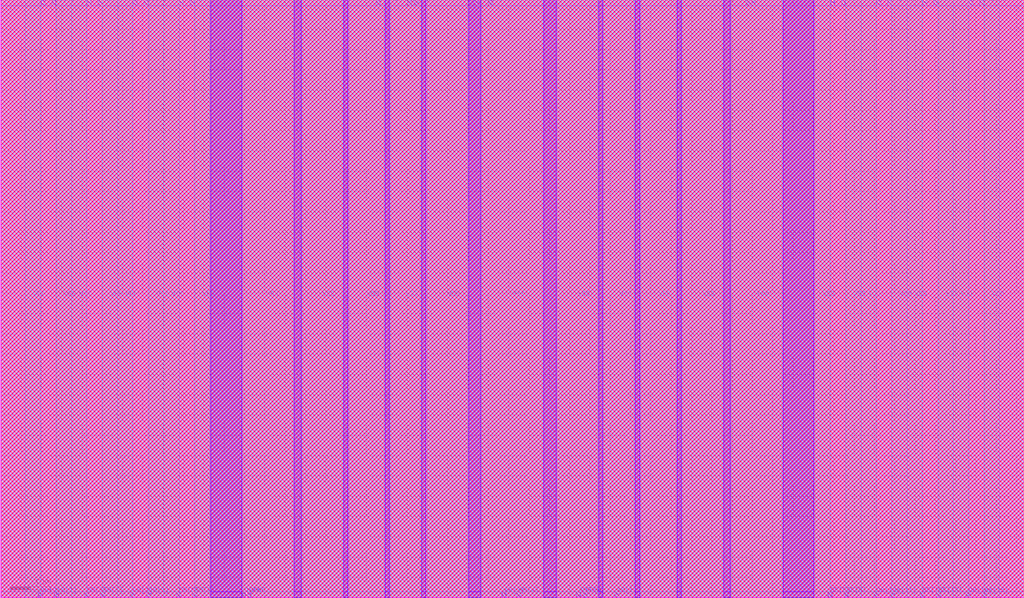
<source format=lef>
/*
     Copyright (c) 2018 SMIC             
     Filename:      qspi_info_fifo_mem.lef
     IP code:       S55NLLG2PH
     Version:       1.1.0
     CreateDate:    Oct 31, 2018        
                    
    LEF for General 2-PORT SRAM
    SMIC 55nm LL Logic Process

    Configuration: -instname qspi_info_fifo_mem -rows 32 -bits 16 -mux 1 
    Redundancy: Off
    Bit-Write: Off
*/

# DISCLAIMER                                                                      
#                                                                                   
#   SMIC hereby provides the quality information to you but makes no claims,      
# promises or guarantees about the accuracy, completeness, or adequacy of the     
# information herein. The information contained herein is provided on an "AS IS"  
# basis without any warranty, and SMIC assumes no obligation to provide support   
# of any kind or otherwise maintain the information.                                
#   SMIC disclaims any representation that the information does not infringe any  
# intellectual property rights or proprietary rights of any third parties. SMIC   
# makes no other warranty, whether express, implied or statutory as to any        
# matter whatsoever, including but not limited to the accuracy or sufficiency of  
# any information or the merchantability and fitness for a particular purpose.    
# Neither SMIC nor any of its representatives shall be liable for any cause of    
# action incurred to connect to this service.                                       
#                                                                                 
# STATEMENT OF USE AND CONFIDENTIALITY                                              
#                                                                                   
#   The following/attached material contains confidential and proprietary           
# information of SMIC. This material is based upon information which SMIC           
# considers reliable, but SMIC neither represents nor warrants that such          
# information is accurate or complete, and it must not be relied upon as such.    
# This information was prepared for informational purposes and is for the use     
# by SMIC's customer only. SMIC reserves the right to make changes in the           
# information at any time without notice.                                           
#   No part of this information may be reproduced, transmitted, transcribed,        
# stored in a retrieval system, or translated into any human or computer           
# language, in any form or by any means, electronic, mechanical, magnetic,          
# optical, chemical, manual, or otherwise, without the prior written consent of   
# SMIC. Any unauthorized use or disclosure of this material is strictly             
# prohibited and may be unlawful. By accepting this material, the receiving         
# party shall be deemed to have acknowledged, accepted, and agreed to be bound    
# by the foregoing limitations and restrictions. Thank you.                         
#                                                                                   

VERSION 5.4 ;
NAMESCASESENSITIVE ON ;
BUSBITCHARS "[]" ;
DIVIDERCHAR "/" ;

MACRO qspi_info_fifo_mem
 CLASS BLOCK ;
 ORIGIN 0 0 ;
 SYMMETRY X Y R90 ;
 SIZE 100.74 BY 58.915 ;

 PIN QA[0]
 DIRECTION OUTPUT ;
 USE SIGNAL ; 
 PORT
 LAYER M3 ;
 RECT 4.055 58.915 4.255 58.42 ;
 END
 PORT
 LAYER M2 ;
 RECT 4.055 58.915 4.255 58.42 ;
 END
 PORT
 LAYER M1 ;
 RECT 4.055 58.915 4.255 58.42 ;
 END
 ANTENNAGATEAREA 0.025 ;
 ANTENNADIFFAREA 0.060 ; 
 END QA[0]

 PIN QA[1]
 DIRECTION OUTPUT ;
 USE SIGNAL ; 
 PORT
 LAYER M3 ;
 RECT 5.145 58.915 5.345 58.42 ;
 END
 PORT
 LAYER M2 ;
 RECT 5.145 58.915 5.345 58.42 ;
 END
 PORT
 LAYER M1 ;
 RECT 5.145 58.915 5.345 58.42 ;
 END
 ANTENNAGATEAREA 0.025 ;
 ANTENNADIFFAREA 0.060 ; 
 END QA[1]

 PIN QA[2]
 DIRECTION OUTPUT ;
 USE SIGNAL ; 
 PORT
 LAYER M3 ;
 RECT 8.595 58.915 8.795 58.42 ;
 END
 PORT
 LAYER M2 ;
 RECT 8.595 58.915 8.795 58.42 ;
 END
 PORT
 LAYER M1 ;
 RECT 8.595 58.915 8.795 58.42 ;
 END
 ANTENNAGATEAREA 0.025 ;
 ANTENNADIFFAREA 0.060 ; 
 END QA[2]

 PIN QA[3]
 DIRECTION OUTPUT ;
 USE SIGNAL ; 
 PORT
 LAYER M3 ;
 RECT 9.685 58.915 9.885 58.42 ;
 END
 PORT
 LAYER M2 ;
 RECT 9.685 58.915 9.885 58.42 ;
 END
 PORT
 LAYER M1 ;
 RECT 9.685 58.915 9.885 58.42 ;
 END
 ANTENNAGATEAREA 0.025 ;
 ANTENNADIFFAREA 0.060 ; 
 END QA[3]

 PIN QA[4]
 DIRECTION OUTPUT ;
 USE SIGNAL ; 
 PORT
 LAYER M3 ;
 RECT 13.135 58.915 13.335 58.42 ;
 END
 PORT
 LAYER M2 ;
 RECT 13.135 58.915 13.335 58.42 ;
 END
 PORT
 LAYER M1 ;
 RECT 13.135 58.915 13.335 58.42 ;
 END
 ANTENNAGATEAREA 0.025 ;
 ANTENNADIFFAREA 0.060 ; 
 END QA[4]

 PIN QA[5]
 DIRECTION OUTPUT ;
 USE SIGNAL ; 
 PORT
 LAYER M3 ;
 RECT 14.225 58.915 14.425 58.42 ;
 END
 PORT
 LAYER M2 ;
 RECT 14.225 58.915 14.425 58.42 ;
 END
 PORT
 LAYER M1 ;
 RECT 14.225 58.915 14.425 58.42 ;
 END
 ANTENNAGATEAREA 0.025 ;
 ANTENNADIFFAREA 0.060 ; 
 END QA[5]

 PIN QA[6]
 DIRECTION OUTPUT ;
 USE SIGNAL ; 
 PORT
 LAYER M3 ;
 RECT 17.675 58.915 17.875 58.42 ;
 END
 PORT
 LAYER M2 ;
 RECT 17.675 58.915 17.875 58.42 ;
 END
 PORT
 LAYER M1 ;
 RECT 17.675 58.915 17.875 58.42 ;
 END
 ANTENNAGATEAREA 0.025 ;
 ANTENNADIFFAREA 0.060 ; 
 END QA[6]

 PIN QA[7]
 DIRECTION OUTPUT ;
 USE SIGNAL ; 
 PORT
 LAYER M3 ;
 RECT 18.765 58.915 18.965 58.42 ;
 END
 PORT
 LAYER M2 ;
 RECT 18.765 58.915 18.965 58.42 ;
 END
 PORT
 LAYER M1 ;
 RECT 18.765 58.915 18.965 58.42 ;
 END
 ANTENNAGATEAREA 0.025 ;
 ANTENNADIFFAREA 0.060 ; 
 END QA[7]

 PIN AA[1]
 DIRECTION INPUT ;
 USE SIGNAL ; 
 PORT
 LAYER M3 ;
 RECT 37.055 58.915 37.255 58.42 ;
 END
 PORT
 LAYER M2 ;
 RECT 37.055 58.915 37.255 58.42 ;
 END
 PORT
 LAYER M1 ;
 RECT 37.055 58.915 37.255 58.42 ;
 END
 ANTENNAGATEAREA 0.025 ;
 ANTENNADIFFAREA 0.060 ; 
 END AA[1]

 PIN AA[0]
 DIRECTION INPUT ;
 USE SIGNAL ; 
 PORT
 LAYER M3 ;
 RECT 40.16 58.915 40.36 58.42 ;
 END
 PORT
 LAYER M2 ;
 RECT 40.16 58.915 40.36 58.42 ;
 END
 PORT
 LAYER M1 ;
 RECT 40.16 58.915 40.36 58.42 ;
 END
 ANTENNAGATEAREA 0.025 ;
 ANTENNADIFFAREA 0.060 ; 
 END AA[0]

 PIN AA[2]
 DIRECTION INPUT ;
 USE SIGNAL ; 
 PORT
 LAYER M3 ;
 RECT 40.81 58.915 41.01 58.42 ;
 END
 PORT
 LAYER M2 ;
 RECT 40.81 58.915 41.01 58.42 ;
 END
 PORT
 LAYER M1 ;
 RECT 40.81 58.915 41.01 58.42 ;
 END
 ANTENNAGATEAREA 0.025 ;
 ANTENNADIFFAREA 0.060 ; 
 END AA[2]

 PIN AA[4]
 DIRECTION INPUT ;
 USE SIGNAL ; 
 PORT
 LAYER M3 ;
 RECT 46.71 58.915 46.91 58.42 ;
 END
 PORT
 LAYER M2 ;
 RECT 46.71 58.915 46.91 58.42 ;
 END
 PORT
 LAYER M1 ;
 RECT 46.71 58.915 46.91 58.42 ;
 END
 ANTENNAGATEAREA 0.025 ;
 ANTENNADIFFAREA 0.060 ; 
 END AA[4]

 PIN AA[3]
 DIRECTION INPUT ;
 USE SIGNAL ; 
 PORT
 LAYER M3 ;
 RECT 48.145 58.915 48.345 58.42 ;
 END
 PORT
 LAYER M2 ;
 RECT 48.145 58.915 48.345 58.42 ;
 END
 PORT
 LAYER M1 ;
 RECT 48.145 58.915 48.345 58.42 ;
 END
 ANTENNAGATEAREA 0.025 ;
 ANTENNADIFFAREA 0.060 ; 
 END AA[3]

 PIN CENA
 DIRECTION INPUT ;
 USE SIGNAL ; 
 PORT
 LAYER M3 ;
 RECT 73.47 58.915 73.67 58.42 ;
 END
 PORT
 LAYER M2 ;
 RECT 73.47 58.915 73.67 58.42 ;
 END
 PORT
 LAYER M1 ;
 RECT 73.47 58.915 73.67 58.42 ;
 END
 ANTENNAGATEAREA 0.025 ;
 ANTENNADIFFAREA 0.060 ; 
 END CENA

 PIN CLKA
 DIRECTION INPUT ;
 USE SIGNAL ; 
 PORT
 LAYER M3 ;
 RECT 73.96 58.915 74.16 58.42 ;
 END
 PORT
 LAYER M2 ;
 RECT 73.96 58.915 74.16 58.42 ;
 END
 PORT
 LAYER M1 ;
 RECT 73.96 58.915 74.16 58.42 ;
 END
 ANTENNAGATEAREA 0.025 ;
 ANTENNADIFFAREA 0.060 ; 
 END CLKA

 PIN QA[8]
 DIRECTION OUTPUT ;
 USE SIGNAL ; 
 PORT
 LAYER M3 ;
 RECT 81.775 58.915 81.975 58.42 ;
 END
 PORT
 LAYER M2 ;
 RECT 81.775 58.915 81.975 58.42 ;
 END
 PORT
 LAYER M1 ;
 RECT 81.775 58.915 81.975 58.42 ;
 END
 ANTENNAGATEAREA 0.025 ;
 ANTENNADIFFAREA 0.060 ; 
 END QA[8]

 PIN QA[9]
 DIRECTION OUTPUT ;
 USE SIGNAL ; 
 PORT
 LAYER M3 ;
 RECT 82.865 58.915 83.065 58.42 ;
 END
 PORT
 LAYER M2 ;
 RECT 82.865 58.915 83.065 58.42 ;
 END
 PORT
 LAYER M1 ;
 RECT 82.865 58.915 83.065 58.42 ;
 END
 ANTENNAGATEAREA 0.025 ;
 ANTENNADIFFAREA 0.060 ; 
 END QA[9]

 PIN QA[10]
 DIRECTION OUTPUT ;
 USE SIGNAL ; 
 PORT
 LAYER M3 ;
 RECT 86.315 58.915 86.515 58.42 ;
 END
 PORT
 LAYER M2 ;
 RECT 86.315 58.915 86.515 58.42 ;
 END
 PORT
 LAYER M1 ;
 RECT 86.315 58.915 86.515 58.42 ;
 END
 ANTENNAGATEAREA 0.025 ;
 ANTENNADIFFAREA 0.060 ; 
 END QA[10]

 PIN QA[11]
 DIRECTION OUTPUT ;
 USE SIGNAL ; 
 PORT
 LAYER M3 ;
 RECT 87.405 58.915 87.605 58.42 ;
 END
 PORT
 LAYER M2 ;
 RECT 87.405 58.915 87.605 58.42 ;
 END
 PORT
 LAYER M1 ;
 RECT 87.405 58.915 87.605 58.42 ;
 END
 ANTENNAGATEAREA 0.025 ;
 ANTENNADIFFAREA 0.060 ; 
 END QA[11]

 PIN QA[12]
 DIRECTION OUTPUT ;
 USE SIGNAL ; 
 PORT
 LAYER M3 ;
 RECT 90.855 58.915 91.055 58.42 ;
 END
 PORT
 LAYER M2 ;
 RECT 90.855 58.915 91.055 58.42 ;
 END
 PORT
 LAYER M1 ;
 RECT 90.855 58.915 91.055 58.42 ;
 END
 ANTENNAGATEAREA 0.025 ;
 ANTENNADIFFAREA 0.060 ; 
 END QA[12]

 PIN QA[13]
 DIRECTION OUTPUT ;
 USE SIGNAL ; 
 PORT
 LAYER M3 ;
 RECT 91.945 58.915 92.145 58.42 ;
 END
 PORT
 LAYER M2 ;
 RECT 91.945 58.915 92.145 58.42 ;
 END
 PORT
 LAYER M1 ;
 RECT 91.945 58.915 92.145 58.42 ;
 END
 ANTENNAGATEAREA 0.025 ;
 ANTENNADIFFAREA 0.060 ; 
 END QA[13]

 PIN QA[14]
 DIRECTION OUTPUT ;
 USE SIGNAL ; 
 PORT
 LAYER M3 ;
 RECT 95.395 58.915 95.595 58.42 ;
 END
 PORT
 LAYER M2 ;
 RECT 95.395 58.915 95.595 58.42 ;
 END
 PORT
 LAYER M1 ;
 RECT 95.395 58.915 95.595 58.42 ;
 END
 ANTENNAGATEAREA 0.025 ;
 ANTENNADIFFAREA 0.060 ; 
 END QA[14]

 PIN QA[15]
 DIRECTION OUTPUT ;
 USE SIGNAL ; 
 PORT
 LAYER M3 ;
 RECT 96.485 58.915 96.685 58.42 ;
 END
 PORT
 LAYER M2 ;
 RECT 96.485 58.915 96.685 58.42 ;
 END
 PORT
 LAYER M1 ;
 RECT 96.485 58.915 96.685 58.42 ;
 END
 ANTENNAGATEAREA 0.025 ;
 ANTENNADIFFAREA 0.060 ; 
 END QA[15]

 PIN DB[0]
 DIRECTION INPUT ;
 USE SIGNAL ; 
 PORT
 LAYER M3 ;
 RECT 3.81 0 4.01 0.495 ;
 END
 PORT
 LAYER M2 ;
 RECT 3.81 0 4.01 0.495 ;
 END
 PORT
 LAYER M1 ;
 RECT 3.81 0 4.01 0.495 ;
 END
 ANTENNAGATEAREA 0.025 ;
 ANTENNADIFFAREA 0.060 ; 
 END DB[0]

 PIN DB[1]
 DIRECTION INPUT ;
 USE SIGNAL ; 
 PORT
 LAYER M3 ;
 RECT 5.39 0 5.59 0.495 ;
 END
 PORT
 LAYER M2 ;
 RECT 5.39 0 5.59 0.495 ;
 END
 PORT
 LAYER M1 ;
 RECT 5.39 0 5.59 0.495 ;
 END
 ANTENNAGATEAREA 0.025 ;
 ANTENNADIFFAREA 0.060 ; 
 END DB[1]

 PIN DB[2]
 DIRECTION INPUT ;
 USE SIGNAL ; 
 PORT
 LAYER M3 ;
 RECT 8.35 0 8.55 0.495 ;
 END
 PORT
 LAYER M2 ;
 RECT 8.35 0 8.55 0.495 ;
 END
 PORT
 LAYER M1 ;
 RECT 8.35 0 8.55 0.495 ;
 END
 ANTENNAGATEAREA 0.025 ;
 ANTENNADIFFAREA 0.060 ; 
 END DB[2]

 PIN DB[3]
 DIRECTION INPUT ;
 USE SIGNAL ; 
 PORT
 LAYER M3 ;
 RECT 9.93 0 10.13 0.495 ;
 END
 PORT
 LAYER M2 ;
 RECT 9.93 0 10.13 0.495 ;
 END
 PORT
 LAYER M1 ;
 RECT 9.93 0 10.13 0.495 ;
 END
 ANTENNAGATEAREA 0.025 ;
 ANTENNADIFFAREA 0.060 ; 
 END DB[3]

 PIN DB[4]
 DIRECTION INPUT ;
 USE SIGNAL ; 
 PORT
 LAYER M3 ;
 RECT 12.89 0 13.09 0.495 ;
 END
 PORT
 LAYER M2 ;
 RECT 12.89 0 13.09 0.495 ;
 END
 PORT
 LAYER M1 ;
 RECT 12.89 0 13.09 0.495 ;
 END
 ANTENNAGATEAREA 0.025 ;
 ANTENNADIFFAREA 0.060 ; 
 END DB[4]

 PIN DB[5]
 DIRECTION INPUT ;
 USE SIGNAL ; 
 PORT
 LAYER M3 ;
 RECT 14.47 0 14.67 0.495 ;
 END
 PORT
 LAYER M2 ;
 RECT 14.47 0 14.67 0.495 ;
 END
 PORT
 LAYER M1 ;
 RECT 14.47 0 14.67 0.495 ;
 END
 ANTENNAGATEAREA 0.025 ;
 ANTENNADIFFAREA 0.060 ; 
 END DB[5]

 PIN DB[6]
 DIRECTION INPUT ;
 USE SIGNAL ; 
 PORT
 LAYER M3 ;
 RECT 17.43 0 17.63 0.495 ;
 END
 PORT
 LAYER M2 ;
 RECT 17.43 0 17.63 0.495 ;
 END
 PORT
 LAYER M1 ;
 RECT 17.43 0 17.63 0.495 ;
 END
 ANTENNAGATEAREA 0.025 ;
 ANTENNADIFFAREA 0.060 ; 
 END DB[6]

 PIN DB[7]
 DIRECTION INPUT ;
 USE SIGNAL ; 
 PORT
 LAYER M3 ;
 RECT 19.01 0 19.21 0.495 ;
 END
 PORT
 LAYER M2 ;
 RECT 19.01 0 19.21 0.495 ;
 END
 PORT
 LAYER M1 ;
 RECT 19.01 0 19.21 0.495 ;
 END
 ANTENNAGATEAREA 0.025 ;
 ANTENNADIFFAREA 0.060 ; 
 END DB[7]

 PIN CLKB
 DIRECTION INPUT ;
 USE SIGNAL ; 
 PORT
 LAYER M3 ;
 RECT 23.85 0 24.05 0.495 ;
 END
 PORT
 LAYER M2 ;
 RECT 23.85 0 24.05 0.495 ;
 END
 PORT
 LAYER M1 ;
 RECT 23.85 0 24.05 0.495 ;
 END
 ANTENNAGATEAREA 0.025 ;
 ANTENNADIFFAREA 0.060 ; 
 END CLKB

 PIN CENB
 DIRECTION INPUT ;
 USE SIGNAL ; 
 PORT
 LAYER M3 ;
 RECT 24.34 0 24.54 0.495 ;
 END
 PORT
 LAYER M2 ;
 RECT 24.34 0 24.54 0.495 ;
 END
 PORT
 LAYER M1 ;
 RECT 24.34 0 24.54 0.495 ;
 END
 ANTENNAGATEAREA 0.025 ;
 ANTENNADIFFAREA 0.060 ; 
 END CENB

 PIN AB[3]
 DIRECTION INPUT ;
 USE SIGNAL ; 
 PORT
 LAYER M3 ;
 RECT 49.44 0 49.64 0.495 ;
 END
 PORT
 LAYER M2 ;
 RECT 49.44 0 49.64 0.495 ;
 END
 PORT
 LAYER M1 ;
 RECT 49.44 0 49.64 0.495 ;
 END
 ANTENNAGATEAREA 0.025 ;
 ANTENNADIFFAREA 0.060 ; 
 END AB[3]

 PIN AB[4]
 DIRECTION INPUT ;
 USE SIGNAL ; 
 PORT
 LAYER M3 ;
 RECT 50.875 0 51.075 0.495 ;
 END
 PORT
 LAYER M2 ;
 RECT 50.875 0 51.075 0.495 ;
 END
 PORT
 LAYER M1 ;
 RECT 50.875 0 51.075 0.495 ;
 END
 ANTENNAGATEAREA 0.025 ;
 ANTENNADIFFAREA 0.060 ; 
 END AB[4]

 PIN AB[2]
 DIRECTION INPUT ;
 USE SIGNAL ; 
 PORT
 LAYER M3 ;
 RECT 56.775 0 56.975 0.495 ;
 END
 PORT
 LAYER M2 ;
 RECT 56.775 0 56.975 0.495 ;
 END
 PORT
 LAYER M1 ;
 RECT 56.775 0 56.975 0.495 ;
 END
 ANTENNAGATEAREA 0.025 ;
 ANTENNADIFFAREA 0.060 ; 
 END AB[2]

 PIN AB[0]
 DIRECTION INPUT ;
 USE SIGNAL ; 
 PORT
 LAYER M3 ;
 RECT 57.425 0 57.625 0.495 ;
 END
 PORT
 LAYER M2 ;
 RECT 57.425 0 57.625 0.495 ;
 END
 PORT
 LAYER M1 ;
 RECT 57.425 0 57.625 0.495 ;
 END
 ANTENNAGATEAREA 0.025 ;
 ANTENNADIFFAREA 0.060 ; 
 END AB[0]

 PIN AB[1]
 DIRECTION INPUT ;
 USE SIGNAL ; 
 PORT
 LAYER M3 ;
 RECT 60.53 0 60.73 0.495 ;
 END
 PORT
 LAYER M2 ;
 RECT 60.53 0 60.73 0.495 ;
 END
 PORT
 LAYER M1 ;
 RECT 60.53 0 60.73 0.495 ;
 END
 ANTENNAGATEAREA 0.025 ;
 ANTENNADIFFAREA 0.060 ; 
 END AB[1]

 PIN DB[8]
 DIRECTION INPUT ;
 USE SIGNAL ; 
 PORT
 LAYER M3 ;
 RECT 81.53 0 81.73 0.495 ;
 END
 PORT
 LAYER M2 ;
 RECT 81.53 0 81.73 0.495 ;
 END
 PORT
 LAYER M1 ;
 RECT 81.53 0 81.73 0.495 ;
 END
 ANTENNAGATEAREA 0.025 ;
 ANTENNADIFFAREA 0.060 ; 
 END DB[8]

 PIN DB[9]
 DIRECTION INPUT ;
 USE SIGNAL ; 
 PORT
 LAYER M3 ;
 RECT 83.11 0 83.31 0.495 ;
 END
 PORT
 LAYER M2 ;
 RECT 83.11 0 83.31 0.495 ;
 END
 PORT
 LAYER M1 ;
 RECT 83.11 0 83.31 0.495 ;
 END
 ANTENNAGATEAREA 0.025 ;
 ANTENNADIFFAREA 0.060 ; 
 END DB[9]

 PIN DB[10]
 DIRECTION INPUT ;
 USE SIGNAL ; 
 PORT
 LAYER M3 ;
 RECT 86.07 0 86.27 0.495 ;
 END
 PORT
 LAYER M2 ;
 RECT 86.07 0 86.27 0.495 ;
 END
 PORT
 LAYER M1 ;
 RECT 86.07 0 86.27 0.495 ;
 END
 ANTENNAGATEAREA 0.025 ;
 ANTENNADIFFAREA 0.060 ; 
 END DB[10]

 PIN DB[11]
 DIRECTION INPUT ;
 USE SIGNAL ; 
 PORT
 LAYER M3 ;
 RECT 87.65 0 87.85 0.495 ;
 END
 PORT
 LAYER M2 ;
 RECT 87.65 0 87.85 0.495 ;
 END
 PORT
 LAYER M1 ;
 RECT 87.65 0 87.85 0.495 ;
 END
 ANTENNAGATEAREA 0.025 ;
 ANTENNADIFFAREA 0.060 ; 
 END DB[11]

 PIN DB[12]
 DIRECTION INPUT ;
 USE SIGNAL ; 
 PORT
 LAYER M3 ;
 RECT 90.61 0 90.81 0.495 ;
 END
 PORT
 LAYER M2 ;
 RECT 90.61 0 90.81 0.495 ;
 END
 PORT
 LAYER M1 ;
 RECT 90.61 0 90.81 0.495 ;
 END
 ANTENNAGATEAREA 0.025 ;
 ANTENNADIFFAREA 0.060 ; 
 END DB[12]

 PIN DB[13]
 DIRECTION INPUT ;
 USE SIGNAL ; 
 PORT
 LAYER M3 ;
 RECT 92.19 0 92.39 0.495 ;
 END
 PORT
 LAYER M2 ;
 RECT 92.19 0 92.39 0.495 ;
 END
 PORT
 LAYER M1 ;
 RECT 92.19 0 92.39 0.495 ;
 END
 ANTENNAGATEAREA 0.025 ;
 ANTENNADIFFAREA 0.060 ; 
 END DB[13]

 PIN DB[14]
 DIRECTION INPUT ;
 USE SIGNAL ; 
 PORT
 LAYER M3 ;
 RECT 95.15 0 95.35 0.495 ;
 END
 PORT
 LAYER M2 ;
 RECT 95.15 0 95.35 0.495 ;
 END
 PORT
 LAYER M1 ;
 RECT 95.15 0 95.35 0.495 ;
 END
 ANTENNAGATEAREA 0.025 ;
 ANTENNADIFFAREA 0.060 ; 
 END DB[14]

 PIN DB[15]
 DIRECTION INPUT ;
 USE SIGNAL ; 
 PORT
 LAYER M3 ;
 RECT 96.73 0 96.93 0.495 ;
 END
 PORT
 LAYER M2 ;
 RECT 96.73 0 96.93 0.495 ;
 END
 PORT
 LAYER M1 ;
 RECT 96.73 0 96.93 0.495 ;
 END
 ANTENNAGATEAREA 0.025 ;
 ANTENNADIFFAREA 0.060 ; 
 END DB[15]

 PIN VDD
 USE POWER ;
 PORT
 LAYER M4 ;
 RECT 2.43 0 3.93 58.915 ;    
 END 
 PORT
 LAYER M4 ;
 RECT 10.01 0 11.51 58.915 ;    
 END 
 PORT
 LAYER M4 ;
 RECT 11.51 0 13.01 58.915 ;    
 END 
 PORT
 LAYER M4 ;
 RECT 19.09 0 20.59 58.915 ;    
 END 
 PORT
 LAYER M4 ;
 RECT 23.81 0 28.81 58.915 ;    
 END 
 PORT
 LAYER M4 ;
 RECT 34.26 0 37.76 58.915 ;    
 END 
 PORT
 LAYER M4 ;
 RECT 41.96 0 45.96 58.915 ;    
 END 
 PORT
 LAYER M4 ;
 RECT 54.78 0 58.78 58.915 ;    
 END 
 PORT
 LAYER M4 ;
 RECT 62.98 0 66.48 58.915 ;    
 END 
 PORT
 LAYER M4 ;
 RECT 71.93 0 76.93 58.915 ;    
 END 
 PORT
 LAYER M4 ;
 RECT 80.15 0 81.65 58.915 ;    
 END 
 PORT
 LAYER M4 ;
 RECT 87.73 0 89.23 58.915 ;    
 END 
 PORT
 LAYER M4 ;
 RECT 89.23 0 90.73 58.915 ;    
 END 
 PORT
 LAYER M4 ;
 RECT 96.81 0 98.31 58.915 ;    
 END 
 END VDD

 PIN VSS
 USE GROUND ;
 PORT
 LAYER M4 ;
 RECT 5.47 0 6.97 58.915 ;      
 END
 PORT
 LAYER M4 ;
 RECT 6.97 0 8.47 58.915 ;      
 END
 PORT
 LAYER M4 ;
 RECT 14.55 0 16.05 58.915 ;      
 END
 PORT
 LAYER M4 ;
 RECT 16.05 0 17.55 58.915 ;      
 END
 PORT
 LAYER M4 ;
 RECT 29.66 0 33.66 58.915 ;      
 END
 PORT
 LAYER M4 ;
 RECT 38.36 0 41.36 58.915 ;      
 END
 PORT
 LAYER M4 ;
 RECT 47.365 0 53.365 58.915 ;      
 END
 PORT
 LAYER M4 ;
 RECT 59.38 0 62.38 58.915 ;      
 END
 PORT
 LAYER M4 ;
 RECT 67.08 0 71.08 58.915 ;      
 END
 PORT
 LAYER M4 ;
 RECT 83.19 0 84.69 58.915 ;      
 END
 PORT
 LAYER M4 ;
 RECT 84.69 0 86.19 58.915 ;      
 END
 PORT
 LAYER M4 ;
 RECT 92.27 0 93.77 58.915 ;      
 END
 PORT
 LAYER M4 ;
 RECT 93.77 0 95.27 58.915 ;      
 END
 END VSS

 OBS
 LAYER M1 ;
 RECT 0 0 3.72 0.585 ;
 RECT 4.1 0 5.3 0.585 ;
 RECT 5.68 0 8.26 0.585 ;
 RECT 8.64 0 9.84 0.585 ;
 RECT 10.22 0 12.8 0.585 ;
 RECT 13.18 0 14.38 0.585 ;
 RECT 14.76 0 17.34 0.585 ;
 RECT 17.72 0 18.92 0.585 ;
 RECT 19.3 0 23.76 0.585 ;
 RECT 24.14 0 24.25 0.585 ;
 RECT 24.63 0 49.35 0.585 ;
 RECT 49.73 0 50.785 0.585 ;
 RECT 51.165 0 56.685 0.585 ;
 RECT 57.065 0 57.335 0.585 ;
 RECT 57.715 0 60.44 0.585 ;
 RECT 60.82 0 81.44 0.585 ;
 RECT 81.82 0 83.02 0.585 ;
 RECT 83.4 0 85.98 0.585 ;
 RECT 86.36 0 87.56 0.585 ;
 RECT 87.94 0 90.52 0.585 ;
 RECT 90.9 0 92.1 0.585 ;
 RECT 92.48 0 95.06 0.585 ;
 RECT 95.44 0 96.64 0.585 ;
 RECT 97.02 0 100.74 0.585 ;
 RECT 0 58.915 3.965 58.33 ;
 RECT 4.345 58.915 5.055 58.33 ;
 RECT 5.435 58.915 8.505 58.33 ;
 RECT 8.885 58.915 9.595 58.33 ;
 RECT 9.975 58.915 13.045 58.33 ;
 RECT 13.425 58.915 14.135 58.33 ;
 RECT 14.515 58.915 17.585 58.33 ;
 RECT 17.965 58.915 18.675 58.33 ;
 RECT 19.055 58.915 36.965 58.33 ;
 RECT 37.345 58.915 40.07 58.33 ;
 RECT 40.45 58.915 40.72 58.33 ;
 RECT 41.1 58.915 46.62 58.33 ;
 RECT 47 58.915 48.055 58.33 ;
 RECT 48.435 58.915 73.38 58.33 ;
 RECT 73.76 58.915 73.87 58.33 ;
 RECT 74.25 58.915 81.685 58.33 ;
 RECT 82.065 58.915 82.775 58.33 ;
 RECT 83.155 58.915 86.225 58.33 ;
 RECT 86.605 58.915 87.315 58.33 ;
 RECT 87.695 58.915 90.765 58.33 ;
 RECT 91.145 58.915 91.855 58.33 ;
 RECT 92.235 58.915 95.305 58.33 ;
 RECT 95.685 58.915 96.395 58.33 ;
 RECT 96.775 58.915 100.74 58.33 ;
 RECT 0 0.585 100.74 58.33 ;
 LAYER M2 ;
 RECT 0 0 3.71 0.595 ;
 RECT 4.11 0 5.29 0.595 ;
 RECT 5.69 0 8.25 0.595 ;
 RECT 8.65 0 9.83 0.595 ;
 RECT 10.23 0 12.79 0.595 ;
 RECT 13.19 0 14.37 0.595 ;
 RECT 14.77 0 17.33 0.595 ;
 RECT 17.73 0 18.91 0.595 ;
 RECT 19.31 0 23.75 0.595 ;
 RECT 24.64 0 49.34 0.595 ;
 RECT 49.74 0 50.775 0.595 ;
 RECT 51.175 0 56.675 0.595 ;
 RECT 57.075 0 57.325 0.595 ;
 RECT 57.725 0 60.43 0.595 ;
 RECT 60.83 0 81.43 0.595 ;
 RECT 81.83 0 83.01 0.595 ;
 RECT 83.41 0 85.97 0.595 ;
 RECT 86.37 0 87.55 0.595 ;
 RECT 87.95 0 90.51 0.595 ;
 RECT 90.91 0 92.09 0.595 ;
 RECT 92.49 0 95.05 0.595 ;
 RECT 95.45 0 96.63 0.595 ;
 RECT 97.03 0 100.74 0.595 ;
 RECT 0 58.915 3.955 58.32 ;
 RECT 4.355 58.915 5.045 58.32 ;
 RECT 5.445 58.915 8.495 58.32 ;
 RECT 8.895 58.915 9.585 58.32 ;
 RECT 9.985 58.915 13.035 58.32 ;
 RECT 13.435 58.915 14.125 58.32 ;
 RECT 14.525 58.915 17.575 58.32 ;
 RECT 17.975 58.915 18.665 58.32 ;
 RECT 19.065 58.915 36.955 58.32 ;
 RECT 37.355 58.915 40.06 58.32 ;
 RECT 40.46 58.915 40.71 58.32 ;
 RECT 41.11 58.915 46.61 58.32 ;
 RECT 47.01 58.915 48.045 58.32 ;
 RECT 48.445 58.915 73.37 58.32 ;
 RECT 74.26 58.915 81.675 58.32 ;
 RECT 82.075 58.915 82.765 58.32 ;
 RECT 83.165 58.915 86.215 58.32 ;
 RECT 86.615 58.915 87.305 58.32 ;
 RECT 87.705 58.915 90.755 58.32 ;
 RECT 91.155 58.915 91.845 58.32 ;
 RECT 92.245 58.915 95.295 58.32 ;
 RECT 95.695 58.915 96.385 58.32 ;
 RECT 96.785 58.915 100.74 58.32 ;
 RECT 0 0.595 100.74 58.32 ;
 LAYER M3 ;
 RECT 0 0 3.71 0.595 ;
 RECT 4.11 0 5.29 0.595 ;
 RECT 5.69 0 8.25 0.595 ;
 RECT 8.65 0 9.83 0.595 ;
 RECT 10.23 0 12.79 0.595 ;
 RECT 13.19 0 14.37 0.595 ;
 RECT 14.77 0 17.33 0.595 ;
 RECT 17.73 0 18.91 0.595 ;
 RECT 19.31 0 23.75 0.595 ;
 RECT 24.64 0 49.34 0.595 ;
 RECT 49.74 0 50.775 0.595 ;
 RECT 51.175 0 56.675 0.595 ;
 RECT 57.075 0 57.325 0.595 ;
 RECT 57.725 0 60.43 0.595 ;
 RECT 60.83 0 81.43 0.595 ;
 RECT 81.83 0 83.01 0.595 ;
 RECT 83.41 0 85.97 0.595 ;
 RECT 86.37 0 87.55 0.595 ;
 RECT 87.95 0 90.51 0.595 ;
 RECT 90.91 0 92.09 0.595 ;
 RECT 92.49 0 95.05 0.595 ;
 RECT 95.45 0 96.63 0.595 ;
 RECT 97.03 0 100.74 0.595 ;
 RECT 0 58.915 3.955 58.32 ;
 RECT 4.355 58.915 5.045 58.32 ;
 RECT 5.445 58.915 8.495 58.32 ;
 RECT 8.895 58.915 9.585 58.32 ;
 RECT 9.985 58.915 13.035 58.32 ;
 RECT 13.435 58.915 14.125 58.32 ;
 RECT 14.525 58.915 17.575 58.32 ;
 RECT 17.975 58.915 18.665 58.32 ;
 RECT 19.065 58.915 36.955 58.32 ;
 RECT 37.355 58.915 40.06 58.32 ;
 RECT 40.46 58.915 40.71 58.32 ;
 RECT 41.11 58.915 46.61 58.32 ;
 RECT 47.01 58.915 48.045 58.32 ;
 RECT 48.445 58.915 73.37 58.32 ;
 RECT 74.26 58.915 81.675 58.32 ;
 RECT 82.075 58.915 82.765 58.32 ;
 RECT 83.165 58.915 86.215 58.32 ;
 RECT 86.615 58.915 87.305 58.32 ;
 RECT 87.705 58.915 90.755 58.32 ;
 RECT 91.155 58.915 91.845 58.32 ;
 RECT 92.245 58.915 95.295 58.32 ;
 RECT 95.695 58.915 96.385 58.32 ;
 RECT 96.785 58.915 100.74 58.32 ;
 RECT 0 0.595 100.74 58.32 ;

 LAYER V1 ;
 RECT 0 0 100.74 58.915 ;
 LAYER V2 ;
 RECT 0 0 100.74 58.915 ;
 LAYER V3 ;
 RECT 0 0 100.74 58.915 ;

 LAYER M4 ;
 RECT 20.69 0 23.71 0.595 ;
 RECT 20.69 0.595 23.71 58.915 ;
 RECT 28.91 0 29.56 0.595 ;
 RECT 28.91 0.595 29.56 58.915 ;
 RECT 33.76 0 34.16 0.595 ;
 RECT 33.76 0.595 34.16 58.915 ;
 RECT 37.86 0 38.26 0.595 ;
 RECT 37.86 0.595 38.26 58.915 ;
 RECT 41.46 0 41.86 0.595 ;
 RECT 41.46 0.595 41.86 58.915 ;
 RECT 46.06 0 47.265 0.595 ;
 RECT 46.06 0.595 47.265 58.915 ;
 RECT 53.465 0 54.68 0.595 ;
 RECT 53.465 0.595 54.68 58.915 ;
 RECT 58.88 0 59.28 0.595 ;
 RECT 58.88 0.595 59.28 58.915 ;
 RECT 62.48 0 62.88 0.595 ;
 RECT 62.48 0.595 62.88 58.915 ;
 RECT 66.58 0 66.98 0.595 ;
 RECT 66.58 0.595 66.98 58.915 ;
 RECT 71.18 0 71.83 0.595 ;
 RECT 71.18 0.595 71.83 58.915 ;
 RECT 77.03 0 80.05 0.595 ;
 RECT 77.03 0.595 80.05 58.915 ;
 LAYER V4 ;
 RECT 20.69 0 23.71 0.595 ;
 RECT 20.69 0.595 23.71 58.915 ;
 RECT 28.91 0 29.56 0.595 ;
 RECT 28.91 0.595 29.56 58.915 ;
 RECT 33.76 0 34.16 0.595 ;
 RECT 33.76 0.595 34.16 58.915 ;
 RECT 37.86 0 38.26 0.595 ;
 RECT 37.86 0.595 38.26 58.915 ;
 RECT 41.46 0 41.86 0.595 ;
 RECT 41.46 0.595 41.86 58.915 ;
 RECT 46.06 0 47.265 0.595 ;
 RECT 46.06 0.595 47.265 58.915 ;
 RECT 53.465 0 54.68 0.595 ;
 RECT 53.465 0.595 54.68 58.915 ;
 RECT 58.88 0 59.28 0.595 ;
 RECT 58.88 0.595 59.28 58.915 ;
 RECT 62.48 0 62.88 0.595 ;
 RECT 62.48 0.595 62.88 58.915 ;
 RECT 66.58 0 66.98 0.595 ;
 RECT 66.58 0.595 66.98 58.915 ;
 RECT 71.18 0 71.83 0.595 ;
 RECT 71.18 0.595 71.83 58.915 ;
 RECT 77.03 0 80.05 0.595 ;
 RECT 77.03 0.595 80.05 58.915 ;
 END

END qspi_info_fifo_mem
END LIBRARY
</source>
